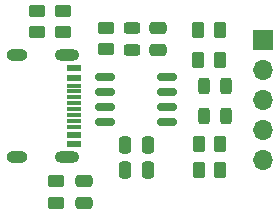
<source format=gts>
G04 #@! TF.GenerationSoftware,KiCad,Pcbnew,8.0.7*
G04 #@! TF.CreationDate,2025-01-24T00:56:05+09:00*
G04 #@! TF.ProjectId,ch340_silial_release,63683334-305f-4736-996c-69616c5f7265,rev?*
G04 #@! TF.SameCoordinates,Original*
G04 #@! TF.FileFunction,Soldermask,Top*
G04 #@! TF.FilePolarity,Negative*
%FSLAX46Y46*%
G04 Gerber Fmt 4.6, Leading zero omitted, Abs format (unit mm)*
G04 Created by KiCad (PCBNEW 8.0.7) date 2025-01-24 00:56:05*
%MOMM*%
%LPD*%
G01*
G04 APERTURE LIST*
G04 Aperture macros list*
%AMRoundRect*
0 Rectangle with rounded corners*
0 $1 Rounding radius*
0 $2 $3 $4 $5 $6 $7 $8 $9 X,Y pos of 4 corners*
0 Add a 4 corners polygon primitive as box body*
4,1,4,$2,$3,$4,$5,$6,$7,$8,$9,$2,$3,0*
0 Add four circle primitives for the rounded corners*
1,1,$1+$1,$2,$3*
1,1,$1+$1,$4,$5*
1,1,$1+$1,$6,$7*
1,1,$1+$1,$8,$9*
0 Add four rect primitives between the rounded corners*
20,1,$1+$1,$2,$3,$4,$5,0*
20,1,$1+$1,$4,$5,$6,$7,0*
20,1,$1+$1,$6,$7,$8,$9,0*
20,1,$1+$1,$8,$9,$2,$3,0*%
G04 Aperture macros list end*
%ADD10R,1.240000X0.600000*%
%ADD11R,1.240000X0.300000*%
%ADD12O,2.100000X1.000000*%
%ADD13O,1.800000X1.000000*%
%ADD14R,1.700000X1.700000*%
%ADD15O,1.700000X1.700000*%
%ADD16RoundRect,0.250000X0.262500X0.450000X-0.262500X0.450000X-0.262500X-0.450000X0.262500X-0.450000X0*%
%ADD17RoundRect,0.250000X-0.450000X0.262500X-0.450000X-0.262500X0.450000X-0.262500X0.450000X0.262500X0*%
%ADD18RoundRect,0.250000X0.450000X-0.262500X0.450000X0.262500X-0.450000X0.262500X-0.450000X-0.262500X0*%
%ADD19RoundRect,0.150000X-0.675000X-0.150000X0.675000X-0.150000X0.675000X0.150000X-0.675000X0.150000X0*%
%ADD20RoundRect,0.243750X-0.456250X0.243750X-0.456250X-0.243750X0.456250X-0.243750X0.456250X0.243750X0*%
%ADD21RoundRect,0.250000X-0.475000X0.250000X-0.475000X-0.250000X0.475000X-0.250000X0.475000X0.250000X0*%
%ADD22RoundRect,0.250000X0.475000X-0.250000X0.475000X0.250000X-0.475000X0.250000X-0.475000X-0.250000X0*%
%ADD23RoundRect,0.250000X-0.250000X-0.475000X0.250000X-0.475000X0.250000X0.475000X-0.250000X0.475000X0*%
%ADD24RoundRect,0.243750X-0.243750X-0.456250X0.243750X-0.456250X0.243750X0.456250X-0.243750X0.456250X0*%
G04 APERTURE END LIST*
D10*
X108620000Y-56810000D03*
X108620000Y-57610000D03*
D11*
X108620000Y-58760000D03*
X108620000Y-59760000D03*
X108620000Y-60260000D03*
X108620000Y-61260000D03*
D10*
X108620000Y-62410000D03*
X108620000Y-63210000D03*
X108620000Y-63210000D03*
X108620000Y-62410000D03*
D11*
X108620000Y-61760000D03*
X108620000Y-60760000D03*
X108620000Y-59260000D03*
X108620000Y-58260000D03*
D10*
X108620000Y-57610000D03*
X108620000Y-56810000D03*
D12*
X108020000Y-55690000D03*
D13*
X103820000Y-55690000D03*
D12*
X108020000Y-64330000D03*
D13*
X103820000Y-64330000D03*
D14*
X124650000Y-54410000D03*
D15*
X124650000Y-56950000D03*
X124650000Y-59490000D03*
X124650000Y-62030000D03*
X124650000Y-64570000D03*
D16*
X120987500Y-63225000D03*
X119162500Y-63225000D03*
D17*
X111325000Y-53362500D03*
X111325000Y-55187500D03*
X105500000Y-51937500D03*
X105500000Y-53762500D03*
D18*
X107125000Y-68162500D03*
X107125000Y-66337500D03*
D19*
X111225000Y-57570000D03*
X111225000Y-58840000D03*
X111225000Y-60110000D03*
X111225000Y-61380000D03*
X116475000Y-61380000D03*
X116475000Y-60110000D03*
X116475000Y-58840000D03*
X116475000Y-57570000D03*
D20*
X113500000Y-53387500D03*
X113500000Y-55262500D03*
D21*
X109500000Y-66300000D03*
X109500000Y-68200000D03*
D16*
X120967500Y-56075000D03*
X119142500Y-56075000D03*
D22*
X115725000Y-55250000D03*
X115725000Y-53350000D03*
D16*
X120987500Y-65425000D03*
X119162500Y-65425000D03*
D23*
X112975000Y-65395000D03*
X114875000Y-65395000D03*
D24*
X119650000Y-58325000D03*
X121525000Y-58325000D03*
D17*
X107650000Y-51937500D03*
X107650000Y-53762500D03*
D23*
X112975000Y-63275000D03*
X114875000Y-63275000D03*
D16*
X120967500Y-53523332D03*
X119142500Y-53523332D03*
D24*
X119650000Y-60825000D03*
X121525000Y-60825000D03*
M02*

</source>
